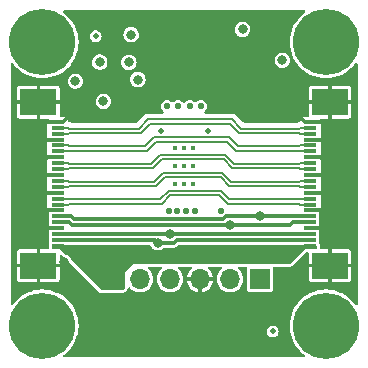
<source format=gbr>
%TF.GenerationSoftware,KiCad,Pcbnew,7.0.10*%
%TF.CreationDate,2024-02-18T19:35:46+01:00*%
%TF.ProjectId,CSI2SPY22,43534932-5350-4593-9232-2e6b69636164,rev?*%
%TF.SameCoordinates,Original*%
%TF.FileFunction,Copper,L1,Top*%
%TF.FilePolarity,Positive*%
%FSLAX46Y46*%
G04 Gerber Fmt 4.6, Leading zero omitted, Abs format (unit mm)*
G04 Created by KiCad (PCBNEW 7.0.10) date 2024-02-18 19:35:46*
%MOMM*%
%LPD*%
G01*
G04 APERTURE LIST*
%TA.AperFunction,SMDPad,CuDef*%
%ADD10R,1.100000X0.300000*%
%TD*%
%TA.AperFunction,SMDPad,CuDef*%
%ADD11R,3.100000X2.300000*%
%TD*%
%TA.AperFunction,SMDPad,CuDef*%
%ADD12C,0.500000*%
%TD*%
%TA.AperFunction,ComponentPad*%
%ADD13R,1.700000X1.700000*%
%TD*%
%TA.AperFunction,ComponentPad*%
%ADD14O,1.700000X1.700000*%
%TD*%
%TA.AperFunction,ComponentPad*%
%ADD15C,5.600000*%
%TD*%
%TA.AperFunction,ViaPad*%
%ADD16C,0.800000*%
%TD*%
%TA.AperFunction,ViaPad*%
%ADD17C,0.450000*%
%TD*%
%TA.AperFunction,ViaPad*%
%ADD18C,0.550000*%
%TD*%
%TA.AperFunction,ViaPad*%
%ADD19C,0.500000*%
%TD*%
%TA.AperFunction,Conductor*%
%ADD20C,0.300000*%
%TD*%
%TA.AperFunction,Conductor*%
%ADD21C,0.190000*%
%TD*%
G04 APERTURE END LIST*
D10*
%TO.P,J2,1,Pin_1*%
%TO.N,GND*%
X25650000Y-9750000D03*
%TO.P,J2,2,Pin_2*%
%TO.N,/C0D0_N*%
X25650000Y-10250000D03*
%TO.P,J2,3,Pin_3*%
%TO.N,/C0D0_P*%
X25650000Y-10750000D03*
%TO.P,J2,4,Pin_4*%
%TO.N,GND*%
X25650000Y-11250000D03*
%TO.P,J2,5,Pin_5*%
%TO.N,/C0D1_N*%
X25650000Y-11750000D03*
%TO.P,J2,6,Pin_6*%
%TO.N,/C0D1_P*%
X25650000Y-12250000D03*
%TO.P,J2,7,Pin_7*%
%TO.N,GND*%
X25650000Y-12750000D03*
%TO.P,J2,8,Pin_8*%
%TO.N,/C0CK_N*%
X25650000Y-13250000D03*
%TO.P,J2,9,Pin_9*%
%TO.N,/C0CK_P*%
X25650000Y-13750000D03*
%TO.P,J2,10,Pin_10*%
%TO.N,GND*%
X25650000Y-14250000D03*
%TO.P,J2,11,Pin_11*%
%TO.N,/C0D2_N*%
X25650000Y-14750000D03*
%TO.P,J2,12,Pin_12*%
%TO.N,/C0D2_P*%
X25650000Y-15250000D03*
%TO.P,J2,13,Pin_13*%
%TO.N,GND*%
X25650000Y-15750000D03*
%TO.P,J2,14,Pin_14*%
%TO.N,/C0D3_N*%
X25650000Y-16250000D03*
%TO.P,J2,15,Pin_15*%
%TO.N,/C0D3_P*%
X25650000Y-16750000D03*
%TO.P,J2,16,Pin_16*%
%TO.N,GND*%
X25650000Y-17250000D03*
%TO.P,J2,17,Pin_17*%
%TO.N,/IO0*%
X25650000Y-17750000D03*
%TO.P,J2,18,Pin_18*%
%TO.N,/IO1*%
X25650000Y-18250000D03*
%TO.P,J2,19,Pin_19*%
%TO.N,GND*%
X25650000Y-18750000D03*
%TO.P,J2,20,Pin_20*%
%TO.N,/SCL*%
X25650000Y-19250000D03*
%TO.P,J2,21,Pin_21*%
%TO.N,/SDA*%
X25650000Y-19750000D03*
%TO.P,J2,22,Pin_22*%
%TO.N,/VDD33*%
X25650000Y-20250000D03*
D11*
%TO.P,J2,MP,MountPin*%
%TO.N,GND*%
X27350000Y-21920000D03*
X27350000Y-8080000D03*
%TD*%
D12*
%TO.P,FID1,*%
%TO.N,*%
X22500000Y-27500000D03*
%TD*%
D13*
%TO.P,J3,1,Pin_1*%
%TO.N,/IO0*%
X21425000Y-23075000D03*
D14*
%TO.P,J3,2,Pin_2*%
%TO.N,/IO1*%
X18885000Y-23075000D03*
%TO.P,J3,3,Pin_3*%
%TO.N,GND*%
X16345000Y-23075000D03*
%TO.P,J3,4,Pin_4*%
%TO.N,/SCL*%
X13805000Y-23075000D03*
%TO.P,J3,5,Pin_5*%
%TO.N,/SDA*%
X11265000Y-23075000D03*
%TO.P,J3,6,Pin_6*%
%TO.N,/VDD33*%
X8725000Y-23075000D03*
%TD*%
D15*
%TO.P,H2,1,1*%
%TO.N,unconnected-(H2-Pad1)*%
X3000000Y-27000000D03*
%TD*%
D12*
%TO.P,FID2,*%
%TO.N,*%
X7500000Y-2500000D03*
%TD*%
D15*
%TO.P,H1,1,1*%
%TO.N,unconnected-(H1-Pad1)*%
X3000000Y-3000000D03*
%TD*%
%TO.P,H3,1,1*%
%TO.N,unconnected-(H3-Pad1)*%
X27000000Y-27000000D03*
%TD*%
D10*
%TO.P,J1,1,Pin_1*%
%TO.N,GND*%
X4350000Y-9750000D03*
%TO.P,J1,2,Pin_2*%
%TO.N,/C0D0_N*%
X4350000Y-10250000D03*
%TO.P,J1,3,Pin_3*%
%TO.N,/C0D0_P*%
X4350000Y-10750000D03*
%TO.P,J1,4,Pin_4*%
%TO.N,GND*%
X4350000Y-11250000D03*
%TO.P,J1,5,Pin_5*%
%TO.N,/C0D1_N*%
X4350000Y-11750000D03*
%TO.P,J1,6,Pin_6*%
%TO.N,/C0D1_P*%
X4350000Y-12250000D03*
%TO.P,J1,7,Pin_7*%
%TO.N,GND*%
X4350000Y-12750000D03*
%TO.P,J1,8,Pin_8*%
%TO.N,/C0CK_N*%
X4350000Y-13250000D03*
%TO.P,J1,9,Pin_9*%
%TO.N,/C0CK_P*%
X4350000Y-13750000D03*
%TO.P,J1,10,Pin_10*%
%TO.N,GND*%
X4350000Y-14250000D03*
%TO.P,J1,11,Pin_11*%
%TO.N,/C0D2_N*%
X4350000Y-14750000D03*
%TO.P,J1,12,Pin_12*%
%TO.N,/C0D2_P*%
X4350000Y-15250000D03*
%TO.P,J1,13,Pin_13*%
%TO.N,GND*%
X4350000Y-15750000D03*
%TO.P,J1,14,Pin_14*%
%TO.N,/C0D3_N*%
X4350000Y-16250000D03*
%TO.P,J1,15,Pin_15*%
%TO.N,/C0D3_P*%
X4350000Y-16750000D03*
%TO.P,J1,16,Pin_16*%
%TO.N,GND*%
X4350000Y-17250000D03*
%TO.P,J1,17,Pin_17*%
%TO.N,/IO0*%
X4350000Y-17750000D03*
%TO.P,J1,18,Pin_18*%
%TO.N,/IO1*%
X4350000Y-18250000D03*
%TO.P,J1,19,Pin_19*%
%TO.N,GND*%
X4350000Y-18750000D03*
%TO.P,J1,20,Pin_20*%
%TO.N,/SCL*%
X4350000Y-19250000D03*
%TO.P,J1,21,Pin_21*%
%TO.N,/SDA*%
X4350000Y-19750000D03*
%TO.P,J1,22,Pin_22*%
%TO.N,/VDD33*%
X4350000Y-20250000D03*
D11*
%TO.P,J1,MP,MountPin*%
%TO.N,GND*%
X2650000Y-8080000D03*
X2650000Y-21920000D03*
%TD*%
D15*
%TO.P,H4,1,1*%
%TO.N,unconnected-(H4-Pad1)*%
X27000000Y-3000000D03*
%TD*%
D16*
%TO.N,GND*%
X16740000Y-950000D03*
X3000000Y-12750000D03*
X16750000Y-4350000D03*
X27000000Y-11250000D03*
D17*
X15000000Y-12000000D03*
D18*
X17400000Y-8600000D03*
D17*
X15750000Y-12000000D03*
D16*
X6930000Y-24170000D03*
D18*
X11850000Y-8775000D03*
D16*
X22125000Y-1075000D03*
X13550000Y-26130000D03*
X27000000Y-17250000D03*
X22500000Y-9250000D03*
D17*
X14250000Y-12000000D03*
D16*
X19970000Y-28810000D03*
X9070000Y-950000D03*
D17*
X15000000Y-15000000D03*
X14250000Y-13500000D03*
D16*
X12130000Y-950000D03*
X29250000Y-6000000D03*
X3000000Y-14250000D03*
X4840000Y-21650000D03*
X27000000Y-10000000D03*
X3000000Y-15750000D03*
X7060000Y-28810000D03*
D18*
X18107727Y-17332727D03*
D16*
X19970000Y-26050000D03*
D19*
X13000000Y-10550000D03*
D16*
X9500000Y-9250000D03*
X11270000Y-28810000D03*
X3000000Y-11250000D03*
D18*
X12625000Y-8650000D03*
D16*
X3000000Y-18750000D03*
X25100000Y-22800000D03*
X23650000Y-28810000D03*
X3000000Y-17250000D03*
X3000000Y-10000000D03*
X15610000Y-28810000D03*
D19*
X17000000Y-10550000D03*
D16*
X27000000Y-15750000D03*
X26950000Y-20060000D03*
X27000000Y-18750000D03*
D18*
X18100000Y-8775000D03*
D16*
X24750000Y-9250000D03*
X29250000Y-23750000D03*
D17*
X15750000Y-13500000D03*
X15000000Y-13500000D03*
D16*
X5830000Y-950000D03*
X27000000Y-14250000D03*
X750000Y-6000000D03*
X27000000Y-12750000D03*
X20500000Y-9250000D03*
D17*
X14250000Y-15000000D03*
D16*
X5250000Y-9250000D03*
D17*
X15750000Y-15000000D03*
D16*
X750000Y-23750000D03*
%TO.N,/IO0*%
X23310000Y-4540000D03*
X21425000Y-17750000D03*
%TO.N,/IO1*%
X18885000Y-18500000D03*
%TO.N,/SCL*%
X13805000Y-19250000D03*
X7850000Y-4700000D03*
%TO.N,/SDA*%
X12750000Y-20000000D03*
X5790000Y-6310000D03*
%TO.N,/VDD33*%
X23350000Y-21340000D03*
X24090000Y-21040000D03*
X19950000Y-1930000D03*
%TO.N,VCC*%
X8170000Y-8010000D03*
D18*
X15925000Y-17300000D03*
D16*
X10500000Y-2370000D03*
D18*
%TO.N,VDD*%
X13550000Y-8425000D03*
X15175000Y-17300000D03*
%TO.N,EQ{slash}SCL*%
X14425000Y-17300000D03*
D16*
X11080000Y-6170000D03*
%TO.N,ERC{slash}SDA*%
X10325000Y-4725000D03*
D18*
X13675000Y-17300000D03*
%TO.N,PRE{slash}CFG1*%
X14475000Y-8425000D03*
%TO.N,Net-(IC1-RSTN)*%
X16425000Y-8425000D03*
%TO.N,VSADJ{slash}CFG0*%
X15475000Y-8425000D03*
%TD*%
D20*
%TO.N,GND*%
X25650000Y-9750000D02*
X25250000Y-9750000D01*
X25650000Y-14250000D02*
X27000000Y-14250000D01*
X4350000Y-11250000D02*
X3000000Y-11250000D01*
X25650000Y-12750000D02*
X27000000Y-12750000D01*
X3250000Y-9750000D02*
X3000000Y-10000000D01*
X4750000Y-9750000D02*
X5250000Y-9250000D01*
X4350000Y-18750000D02*
X3000000Y-18750000D01*
X25650000Y-15750000D02*
X27000000Y-15750000D01*
X4350000Y-9750000D02*
X4750000Y-9750000D01*
X4350000Y-15750000D02*
X3000000Y-15750000D01*
X25650000Y-9750000D02*
X26750000Y-9750000D01*
X25650000Y-17250000D02*
X27000000Y-17250000D01*
X25650000Y-18750000D02*
X27000000Y-18750000D01*
X4350000Y-17250000D02*
X3000000Y-17250000D01*
X26750000Y-9750000D02*
X27000000Y-10000000D01*
X25250000Y-9750000D02*
X24750000Y-9250000D01*
X4350000Y-14250000D02*
X3000000Y-14250000D01*
X4350000Y-12750000D02*
X3000000Y-12750000D01*
X4350000Y-9750000D02*
X3250000Y-9750000D01*
X25650000Y-11250000D02*
X27000000Y-11250000D01*
D21*
%TO.N,/C0D0_N*%
X19073260Y-9550000D02*
X19838260Y-10315000D01*
X11950000Y-9550000D02*
X19073260Y-9550000D01*
X11185000Y-10315000D02*
X11950000Y-9550000D01*
X19838260Y-10315000D02*
X24759999Y-10315000D01*
X4350000Y-10250000D02*
X5175001Y-10250000D01*
X5240001Y-10315000D02*
X11185000Y-10315000D01*
X24759999Y-10315000D02*
X24824999Y-10250000D01*
X5175001Y-10250000D02*
X5240001Y-10315000D01*
X24824999Y-10250000D02*
X25650000Y-10250000D01*
%TO.N,/C0D0_P*%
X5240001Y-10685000D02*
X11338260Y-10685000D01*
X18920000Y-9920000D02*
X19685001Y-10685000D01*
X12103260Y-9920000D02*
X18920000Y-9920000D01*
X24824999Y-10750000D02*
X25650000Y-10750000D01*
X5175001Y-10750000D02*
X5240001Y-10685000D01*
X19685001Y-10685000D02*
X24759999Y-10685000D01*
X24759999Y-10685000D02*
X24824999Y-10750000D01*
X4350000Y-10750000D02*
X5175001Y-10750000D01*
X11338260Y-10685000D02*
X12103260Y-9920000D01*
%TO.N,/C0D1_N*%
X19563260Y-11815000D02*
X18813259Y-11065000D01*
X11685000Y-11815000D02*
X5240001Y-11815000D01*
X12435000Y-11065000D02*
X11685000Y-11815000D01*
X24759999Y-11815000D02*
X19563260Y-11815000D01*
X5175001Y-11750000D02*
X4350000Y-11750000D01*
X24824999Y-11750000D02*
X24759999Y-11815000D01*
X5240001Y-11815000D02*
X5175001Y-11750000D01*
X25650000Y-11750000D02*
X24824999Y-11750000D01*
X18813259Y-11065000D02*
X12435000Y-11065000D01*
%TO.N,/C0D1_P*%
X24759999Y-12185000D02*
X19410000Y-12185000D01*
X11838259Y-12185000D02*
X5240001Y-12185000D01*
X5240001Y-12185000D02*
X5175001Y-12250000D01*
X19410000Y-12185000D02*
X18660000Y-11435000D01*
X25650000Y-12250000D02*
X24824999Y-12250000D01*
X18660000Y-11435000D02*
X12588260Y-11435000D01*
X5175001Y-12250000D02*
X4350000Y-12250000D01*
X24824999Y-12250000D02*
X24759999Y-12185000D01*
X12588260Y-11435000D02*
X11838259Y-12185000D01*
%TO.N,/C0CK_N*%
X25650000Y-13250000D02*
X24824999Y-13250000D01*
X24759999Y-13315000D02*
X19238260Y-13315000D01*
X5240001Y-13315000D02*
X5175001Y-13250000D01*
X12935000Y-12565000D02*
X12185000Y-13315000D01*
X18488260Y-12565000D02*
X12935000Y-12565000D01*
X5175001Y-13250000D02*
X4350000Y-13250000D01*
X12185000Y-13315000D02*
X5240001Y-13315000D01*
X19238260Y-13315000D02*
X18488260Y-12565000D01*
X24824999Y-13250000D02*
X24759999Y-13315000D01*
%TO.N,/C0CK_P*%
X12338259Y-13685000D02*
X5240001Y-13685000D01*
X25650000Y-13750000D02*
X24824999Y-13750000D01*
X5240001Y-13685000D02*
X5175001Y-13750000D01*
X5175001Y-13750000D02*
X4350000Y-13750000D01*
X24759999Y-13685000D02*
X19085000Y-13685000D01*
X18335000Y-12935000D02*
X13088260Y-12935000D01*
X19085000Y-13685000D02*
X18335000Y-12935000D01*
X13088260Y-12935000D02*
X12338259Y-13685000D01*
X24824999Y-13750000D02*
X24759999Y-13685000D01*
%TO.N,/C0D2_N*%
X13185000Y-14065000D02*
X12435000Y-14815000D01*
X5240001Y-14815000D02*
X5175001Y-14750000D01*
X18236222Y-14065000D02*
X13185000Y-14065000D01*
X12435000Y-14815000D02*
X5240001Y-14815000D01*
X5175001Y-14750000D02*
X4350000Y-14750000D01*
X24759999Y-14815000D02*
X18986222Y-14815000D01*
X25650000Y-14750000D02*
X24824999Y-14750000D01*
X18986222Y-14815000D02*
X18236222Y-14065000D01*
X24824999Y-14750000D02*
X24759999Y-14815000D01*
%TO.N,/C0D2_P*%
X24759999Y-15185000D02*
X18832962Y-15185000D01*
X12588259Y-15185000D02*
X5240001Y-15185000D01*
X5175001Y-15250000D02*
X4350000Y-15250000D01*
X25650000Y-15250000D02*
X24824999Y-15250000D01*
X13338260Y-14435000D02*
X12588259Y-15185000D01*
X5240001Y-15185000D02*
X5175001Y-15250000D01*
X18082962Y-14435000D02*
X13338260Y-14435000D01*
X18832962Y-15185000D02*
X18082962Y-14435000D01*
X24824999Y-15250000D02*
X24759999Y-15185000D01*
%TO.N,/C0D3_N*%
X24824999Y-16250000D02*
X24759999Y-16315000D01*
X13685000Y-15565000D02*
X12935000Y-16315000D01*
X5240001Y-16315000D02*
X5175001Y-16250000D01*
X18826630Y-16315000D02*
X18076630Y-15565000D01*
X5175001Y-16250000D02*
X4350000Y-16250000D01*
X25650000Y-16250000D02*
X24824999Y-16250000D01*
X18076630Y-15565000D02*
X13685000Y-15565000D01*
X12935000Y-16315000D02*
X5240001Y-16315000D01*
X24759999Y-16315000D02*
X18826630Y-16315000D01*
%TO.N,/C0D3_P*%
X17923370Y-15935000D02*
X13838260Y-15935000D01*
X5240001Y-16685000D02*
X5175001Y-16750000D01*
X24824999Y-16750000D02*
X24759999Y-16685000D01*
X13088259Y-16685000D02*
X5240001Y-16685000D01*
X18673370Y-16685000D02*
X17923370Y-15935000D01*
X13838260Y-15935000D02*
X13088259Y-16685000D01*
X25650000Y-16750000D02*
X24824999Y-16750000D01*
X5175001Y-16750000D02*
X4350000Y-16750000D01*
X24759999Y-16685000D02*
X18673370Y-16685000D01*
D20*
%TO.N,/IO0*%
X5457106Y-17750000D02*
X5707106Y-18000000D01*
X4350000Y-17750000D02*
X5457106Y-17750000D01*
X5707106Y-18000000D02*
X18324339Y-18000000D01*
X18574339Y-17750000D02*
X25650000Y-17750000D01*
X18324339Y-18000000D02*
X18574339Y-17750000D01*
%TO.N,/IO1*%
X18885000Y-18500000D02*
X24000000Y-18500000D01*
X24250000Y-18250000D02*
X25650000Y-18250000D01*
X5500000Y-18500000D02*
X18885000Y-18500000D01*
X24000000Y-18500000D02*
X24250000Y-18250000D01*
X4350000Y-18250000D02*
X5250000Y-18250000D01*
X5250000Y-18250000D02*
X5500000Y-18500000D01*
%TO.N,/SCL*%
X4350000Y-19250000D02*
X13750000Y-19250000D01*
X13750000Y-19250000D02*
X25650000Y-19250000D01*
%TO.N,/SDA*%
X12750000Y-20000000D02*
X14115661Y-20000000D01*
X14115661Y-20000000D02*
X14365661Y-19750000D01*
X14365661Y-19750000D02*
X25650000Y-19750000D01*
X12500000Y-19750000D02*
X12750000Y-20000000D01*
X4350000Y-19750000D02*
X12500000Y-19750000D01*
%TO.N,/VDD33*%
X24700000Y-20750000D02*
X25200000Y-20250000D01*
X24170000Y-20860000D02*
X24280000Y-20750000D01*
X5250000Y-20750000D02*
X24060000Y-20750000D01*
X25200000Y-20250000D02*
X25650000Y-20250000D01*
X24060000Y-20750000D02*
X24170000Y-20860000D01*
X4750000Y-20250000D02*
X5250000Y-20750000D01*
X4350000Y-20250000D02*
X4750000Y-20250000D01*
X24280000Y-20750000D02*
X24700000Y-20750000D01*
%TD*%
%TA.AperFunction,Conductor*%
%TO.N,GND*%
G36*
X25211023Y-320185D02*
G01*
X25256778Y-372989D01*
X25266722Y-442147D01*
X25237697Y-505703D01*
X25215739Y-525630D01*
X25095040Y-611269D01*
X24839573Y-839570D01*
X24839570Y-839573D01*
X24611269Y-1095040D01*
X24412998Y-1374478D01*
X24247263Y-1674353D01*
X24116146Y-1990899D01*
X24021297Y-2320124D01*
X24021295Y-2320133D01*
X23963905Y-2657906D01*
X23963903Y-2657918D01*
X23944693Y-3000000D01*
X23963903Y-3342081D01*
X23963904Y-3342086D01*
X24021296Y-3679870D01*
X24116147Y-4009104D01*
X24209914Y-4235477D01*
X24247263Y-4325646D01*
X24412998Y-4625521D01*
X24611269Y-4904959D01*
X24839570Y-5160426D01*
X24839573Y-5160429D01*
X25095040Y-5388730D01*
X25095046Y-5388734D01*
X25095047Y-5388735D01*
X25374479Y-5587002D01*
X25674352Y-5752736D01*
X25990896Y-5883853D01*
X26320130Y-5978704D01*
X26657914Y-6036096D01*
X27000000Y-6055307D01*
X27342086Y-6036096D01*
X27679870Y-5978704D01*
X28009104Y-5883853D01*
X28325648Y-5752736D01*
X28625521Y-5587002D01*
X28904953Y-5388735D01*
X29160428Y-5160428D01*
X29388735Y-4904953D01*
X29474370Y-4784260D01*
X29529218Y-4740977D01*
X29598760Y-4734217D01*
X29660917Y-4766128D01*
X29695955Y-4826577D01*
X29699500Y-4856016D01*
X29699500Y-25143983D01*
X29679815Y-25211022D01*
X29627011Y-25256777D01*
X29557853Y-25266721D01*
X29494297Y-25237696D01*
X29474371Y-25215739D01*
X29388731Y-25095042D01*
X29160429Y-24839573D01*
X29160426Y-24839570D01*
X28904959Y-24611269D01*
X28625521Y-24412998D01*
X28325646Y-24247263D01*
X28260087Y-24220108D01*
X28009104Y-24116147D01*
X27924479Y-24091766D01*
X27679875Y-24021297D01*
X27679866Y-24021295D01*
X27342093Y-23963905D01*
X27342081Y-23963903D01*
X27000000Y-23944693D01*
X26657918Y-23963903D01*
X26657906Y-23963905D01*
X26320133Y-24021295D01*
X26320124Y-24021297D01*
X25990899Y-24116146D01*
X25990896Y-24116147D01*
X25898184Y-24154549D01*
X25674353Y-24247263D01*
X25374478Y-24412998D01*
X25095040Y-24611269D01*
X24839573Y-24839570D01*
X24839570Y-24839573D01*
X24611269Y-25095040D01*
X24412998Y-25374478D01*
X24247263Y-25674353D01*
X24116146Y-25990899D01*
X24021297Y-26320124D01*
X24021295Y-26320133D01*
X23963905Y-26657906D01*
X23963903Y-26657918D01*
X23944693Y-27000000D01*
X23963903Y-27342081D01*
X23963905Y-27342093D01*
X23993626Y-27517020D01*
X24021296Y-27679870D01*
X24116147Y-28009104D01*
X24188764Y-28184416D01*
X24247263Y-28325646D01*
X24412998Y-28625521D01*
X24611269Y-28904959D01*
X24839570Y-29160426D01*
X24839573Y-29160429D01*
X25095040Y-29388730D01*
X25215739Y-29474370D01*
X25259023Y-29529218D01*
X25265783Y-29598760D01*
X25233872Y-29660917D01*
X25173423Y-29695955D01*
X25143984Y-29699500D01*
X4856016Y-29699500D01*
X4788977Y-29679815D01*
X4743222Y-29627011D01*
X4733278Y-29557853D01*
X4762303Y-29494297D01*
X4784261Y-29474370D01*
X4904953Y-29388735D01*
X4962836Y-29337008D01*
X4985414Y-29316829D01*
X5160428Y-29160428D01*
X5388735Y-28904953D01*
X5587002Y-28625521D01*
X5752736Y-28325648D01*
X5883853Y-28009104D01*
X5978704Y-27679870D01*
X6009265Y-27500000D01*
X21994353Y-27500000D01*
X22014834Y-27642456D01*
X22031919Y-27679866D01*
X22074623Y-27773373D01*
X22168872Y-27882143D01*
X22289947Y-27959953D01*
X22289950Y-27959954D01*
X22289949Y-27959954D01*
X22428036Y-28000499D01*
X22428038Y-28000500D01*
X22428039Y-28000500D01*
X22571962Y-28000500D01*
X22571962Y-28000499D01*
X22710053Y-27959953D01*
X22831128Y-27882143D01*
X22925377Y-27773373D01*
X22985165Y-27642457D01*
X23005647Y-27500000D01*
X22985165Y-27357543D01*
X22925377Y-27226627D01*
X22831128Y-27117857D01*
X22710053Y-27040047D01*
X22710051Y-27040046D01*
X22710049Y-27040045D01*
X22710050Y-27040045D01*
X22571963Y-26999500D01*
X22571961Y-26999500D01*
X22428039Y-26999500D01*
X22428036Y-26999500D01*
X22289949Y-27040045D01*
X22168873Y-27117856D01*
X22074623Y-27226626D01*
X22074622Y-27226628D01*
X22014834Y-27357543D01*
X21994353Y-27500000D01*
X6009265Y-27500000D01*
X6036096Y-27342086D01*
X6055307Y-27000000D01*
X6036096Y-26657914D01*
X5978704Y-26320130D01*
X5883853Y-25990896D01*
X5752736Y-25674352D01*
X5587002Y-25374479D01*
X5388735Y-25095047D01*
X5388731Y-25095042D01*
X5388730Y-25095040D01*
X5160429Y-24839573D01*
X5160426Y-24839570D01*
X4904959Y-24611269D01*
X4625521Y-24412998D01*
X4325646Y-24247263D01*
X4260087Y-24220108D01*
X4009104Y-24116147D01*
X3924479Y-24091766D01*
X3679875Y-24021297D01*
X3679866Y-24021295D01*
X3342093Y-23963905D01*
X3342081Y-23963903D01*
X3000000Y-23944693D01*
X2657918Y-23963903D01*
X2657906Y-23963905D01*
X2320133Y-24021295D01*
X2320124Y-24021297D01*
X1990899Y-24116146D01*
X1990896Y-24116147D01*
X1898184Y-24154549D01*
X1674353Y-24247263D01*
X1374478Y-24412998D01*
X1095040Y-24611269D01*
X839573Y-24839570D01*
X839570Y-24839573D01*
X611268Y-25095042D01*
X525629Y-25215739D01*
X470781Y-25259022D01*
X401240Y-25265782D01*
X339083Y-25233871D01*
X304045Y-25173422D01*
X300500Y-25143983D01*
X300500Y-22070000D01*
X850000Y-22070000D01*
X850000Y-23094628D01*
X864503Y-23167540D01*
X864505Y-23167544D01*
X919760Y-23250239D01*
X1002455Y-23305494D01*
X1002459Y-23305496D01*
X1075371Y-23319999D01*
X1075374Y-23320000D01*
X2500000Y-23320000D01*
X2500000Y-22070000D01*
X2800000Y-22070000D01*
X2800000Y-23320000D01*
X4224626Y-23320000D01*
X4224628Y-23319999D01*
X4297540Y-23305496D01*
X4297544Y-23305494D01*
X4380239Y-23250239D01*
X4435494Y-23167544D01*
X4435496Y-23167540D01*
X4449999Y-23094628D01*
X4450000Y-23094626D01*
X4450000Y-22070000D01*
X2800000Y-22070000D01*
X2500000Y-22070000D01*
X850000Y-22070000D01*
X300500Y-22070000D01*
X300500Y-21770000D01*
X850000Y-21770000D01*
X2500000Y-21770000D01*
X2800000Y-21770000D01*
X4450000Y-21770000D01*
X4450000Y-21110694D01*
X4469685Y-21043655D01*
X4522489Y-20997900D01*
X4591647Y-20987956D01*
X4655203Y-21016981D01*
X4661681Y-21023013D01*
X4820725Y-21182057D01*
X4875874Y-21223935D01*
X4933878Y-21256650D01*
X4954916Y-21264994D01*
X4966802Y-21270452D01*
X5052701Y-21315536D01*
X5077296Y-21332512D01*
X5126565Y-21376159D01*
X5146385Y-21398532D01*
X5183770Y-21452693D01*
X5197662Y-21479161D01*
X5217551Y-21531605D01*
X5241884Y-21579719D01*
X5270147Y-21623432D01*
X5300088Y-21660482D01*
X5304040Y-21665372D01*
X7783015Y-24144347D01*
X7803365Y-24162626D01*
X7803371Y-24162631D01*
X7803379Y-24162638D01*
X7824000Y-24179255D01*
X7824002Y-24179256D01*
X7824007Y-24179260D01*
X7912338Y-24225465D01*
X7979377Y-24245150D01*
X7979381Y-24245150D01*
X7979383Y-24245151D01*
X7991014Y-24246823D01*
X8051362Y-24255500D01*
X8051363Y-24255500D01*
X9698639Y-24255500D01*
X9700075Y-24255422D01*
X9725952Y-24254036D01*
X9752310Y-24251202D01*
X9847444Y-24221413D01*
X9908767Y-24187928D01*
X9966985Y-24144347D01*
X10144347Y-23966985D01*
X10162626Y-23946635D01*
X10179260Y-23925993D01*
X10225465Y-23837662D01*
X10225468Y-23837649D01*
X10225854Y-23836697D01*
X10226193Y-23836267D01*
X10228288Y-23832264D01*
X10229047Y-23832661D01*
X10269206Y-23781903D01*
X10335299Y-23759245D01*
X10403151Y-23775916D01*
X10439791Y-23808396D01*
X10448236Y-23819579D01*
X10448236Y-23819580D01*
X10598958Y-23956980D01*
X10598960Y-23956982D01*
X10698141Y-24018392D01*
X10772363Y-24064348D01*
X10962544Y-24138024D01*
X11163024Y-24175500D01*
X11163026Y-24175500D01*
X11366974Y-24175500D01*
X11366976Y-24175500D01*
X11567456Y-24138024D01*
X11757637Y-24064348D01*
X11931041Y-23956981D01*
X12081764Y-23819579D01*
X12204673Y-23656821D01*
X12295582Y-23474250D01*
X12351397Y-23278083D01*
X12370215Y-23075000D01*
X12351397Y-22871917D01*
X12295582Y-22675750D01*
X12204673Y-22493179D01*
X12081764Y-22330421D01*
X11961884Y-22221136D01*
X11925603Y-22161426D01*
X11927364Y-22091579D01*
X11966607Y-22033771D01*
X12030874Y-22006356D01*
X12045423Y-22005500D01*
X13024577Y-22005500D01*
X13091616Y-22025185D01*
X13137371Y-22077989D01*
X13147315Y-22147147D01*
X13118290Y-22210703D01*
X13108115Y-22221137D01*
X12988237Y-22330419D01*
X12865327Y-22493178D01*
X12774422Y-22675739D01*
X12774417Y-22675752D01*
X12718602Y-22871917D01*
X12699785Y-23074999D01*
X12699785Y-23075000D01*
X12718602Y-23278082D01*
X12774417Y-23474247D01*
X12774422Y-23474260D01*
X12865327Y-23656821D01*
X12988237Y-23819581D01*
X13138958Y-23956980D01*
X13138960Y-23956982D01*
X13238141Y-24018392D01*
X13312363Y-24064348D01*
X13502544Y-24138024D01*
X13703024Y-24175500D01*
X13703026Y-24175500D01*
X13906974Y-24175500D01*
X13906976Y-24175500D01*
X14107456Y-24138024D01*
X14297637Y-24064348D01*
X14471041Y-23956981D01*
X14621764Y-23819579D01*
X14744673Y-23656821D01*
X14835582Y-23474250D01*
X14891397Y-23278083D01*
X14910215Y-23075000D01*
X14891397Y-22871917D01*
X14835582Y-22675750D01*
X14744673Y-22493179D01*
X14621764Y-22330421D01*
X14501884Y-22221136D01*
X14465603Y-22161426D01*
X14467364Y-22091579D01*
X14506607Y-22033771D01*
X14570874Y-22006356D01*
X14585423Y-22005500D01*
X15565319Y-22005500D01*
X15632358Y-22025185D01*
X15678113Y-22077989D01*
X15688057Y-22147147D01*
X15659032Y-22210703D01*
X15648857Y-22221137D01*
X15528608Y-22330757D01*
X15405754Y-22493443D01*
X15314886Y-22675930D01*
X15314883Y-22675936D01*
X15259097Y-22872008D01*
X15254186Y-22924999D01*
X15254187Y-22925000D01*
X15867935Y-22925000D01*
X15845000Y-23003111D01*
X15845000Y-23146889D01*
X15867935Y-23225000D01*
X15254187Y-23225000D01*
X15259097Y-23277991D01*
X15314883Y-23474063D01*
X15314886Y-23474069D01*
X15405754Y-23656556D01*
X15528608Y-23819242D01*
X15679260Y-23956578D01*
X15852584Y-24063897D01*
X16042678Y-24137539D01*
X16195000Y-24166013D01*
X16195000Y-23556170D01*
X16202685Y-23559680D01*
X16309237Y-23575000D01*
X16380763Y-23575000D01*
X16487315Y-23559680D01*
X16495000Y-23556170D01*
X16495000Y-24166013D01*
X16647321Y-24137539D01*
X16837415Y-24063897D01*
X17010739Y-23956578D01*
X17161391Y-23819242D01*
X17284245Y-23656556D01*
X17375113Y-23474069D01*
X17375116Y-23474063D01*
X17430902Y-23277991D01*
X17435813Y-23225000D01*
X16822065Y-23225000D01*
X16845000Y-23146889D01*
X16845000Y-23003111D01*
X16822065Y-22925000D01*
X17435813Y-22925000D01*
X17435813Y-22924999D01*
X17430902Y-22872008D01*
X17375116Y-22675936D01*
X17375113Y-22675930D01*
X17284245Y-22493443D01*
X17161391Y-22330757D01*
X17041143Y-22221137D01*
X17004861Y-22161426D01*
X17006622Y-22091578D01*
X17045865Y-22033771D01*
X17110132Y-22006356D01*
X17124681Y-22005500D01*
X18104577Y-22005500D01*
X18171616Y-22025185D01*
X18217371Y-22077989D01*
X18227315Y-22147147D01*
X18198290Y-22210703D01*
X18188115Y-22221137D01*
X18068237Y-22330419D01*
X17945327Y-22493178D01*
X17854422Y-22675739D01*
X17854417Y-22675752D01*
X17798602Y-22871917D01*
X17779785Y-23074999D01*
X17779785Y-23075000D01*
X17798602Y-23278082D01*
X17854417Y-23474247D01*
X17854422Y-23474260D01*
X17945327Y-23656821D01*
X18068237Y-23819581D01*
X18218958Y-23956980D01*
X18218960Y-23956982D01*
X18318141Y-24018392D01*
X18392363Y-24064348D01*
X18582544Y-24138024D01*
X18783024Y-24175500D01*
X18783026Y-24175500D01*
X18986974Y-24175500D01*
X18986976Y-24175500D01*
X19187456Y-24138024D01*
X19377637Y-24064348D01*
X19551041Y-23956981D01*
X19701764Y-23819579D01*
X19824673Y-23656821D01*
X19915582Y-23474250D01*
X19971397Y-23278083D01*
X19990215Y-23075000D01*
X19971397Y-22871917D01*
X19915582Y-22675750D01*
X19824673Y-22493179D01*
X19701764Y-22330421D01*
X19581884Y-22221136D01*
X19545603Y-22161426D01*
X19547364Y-22091579D01*
X19586607Y-22033771D01*
X19650874Y-22006356D01*
X19665423Y-22005500D01*
X20212159Y-22005500D01*
X20279198Y-22025185D01*
X20324953Y-22077989D01*
X20334897Y-22147147D01*
X20333776Y-22153692D01*
X20324500Y-22200323D01*
X20324500Y-23949678D01*
X20339032Y-24022735D01*
X20339033Y-24022739D01*
X20339034Y-24022740D01*
X20394399Y-24105601D01*
X20477260Y-24160966D01*
X20477264Y-24160967D01*
X20550321Y-24175499D01*
X20550324Y-24175500D01*
X20550326Y-24175500D01*
X22299676Y-24175500D01*
X22299677Y-24175499D01*
X22372740Y-24160966D01*
X22455601Y-24105601D01*
X22510966Y-24022740D01*
X22525500Y-23949674D01*
X22525500Y-22200326D01*
X22525500Y-22200323D01*
X22516224Y-22153692D01*
X22522451Y-22084101D01*
X22533405Y-22070000D01*
X25550000Y-22070000D01*
X25550000Y-23094628D01*
X25564503Y-23167540D01*
X25564505Y-23167544D01*
X25619760Y-23250239D01*
X25702455Y-23305494D01*
X25702459Y-23305496D01*
X25775371Y-23319999D01*
X25775374Y-23320000D01*
X27200000Y-23320000D01*
X27200000Y-22070000D01*
X27500000Y-22070000D01*
X27500000Y-23320000D01*
X28924626Y-23320000D01*
X28924628Y-23319999D01*
X28997540Y-23305496D01*
X28997544Y-23305494D01*
X29080239Y-23250239D01*
X29135494Y-23167544D01*
X29135496Y-23167540D01*
X29149999Y-23094628D01*
X29150000Y-23094626D01*
X29150000Y-22070000D01*
X27500000Y-22070000D01*
X27200000Y-22070000D01*
X25550000Y-22070000D01*
X22533405Y-22070000D01*
X22565313Y-22028923D01*
X22631203Y-22005678D01*
X22637841Y-22005500D01*
X23948639Y-22005500D01*
X23950075Y-22005422D01*
X23975952Y-22004036D01*
X24002310Y-22001202D01*
X24097444Y-21971413D01*
X24158767Y-21937928D01*
X24216985Y-21894347D01*
X25319512Y-20791818D01*
X25380835Y-20758334D01*
X25407193Y-20755500D01*
X25426000Y-20755500D01*
X25493039Y-20775185D01*
X25538794Y-20827989D01*
X25550000Y-20879500D01*
X25550000Y-21770000D01*
X27200000Y-21770000D01*
X27200000Y-20520000D01*
X27500000Y-20520000D01*
X27500000Y-21770000D01*
X29150000Y-21770000D01*
X29150000Y-20745373D01*
X29149999Y-20745371D01*
X29135496Y-20672459D01*
X29135494Y-20672455D01*
X29080239Y-20589760D01*
X28997544Y-20534505D01*
X28997540Y-20534503D01*
X28924627Y-20520000D01*
X27500000Y-20520000D01*
X27200000Y-20520000D01*
X26627900Y-20520000D01*
X26560861Y-20500315D01*
X26515106Y-20447511D01*
X26505459Y-20380435D01*
X26505184Y-20380416D01*
X26505274Y-20379151D01*
X26505161Y-20378362D01*
X26505499Y-20376007D01*
X26505500Y-20375998D01*
X26505500Y-20274500D01*
X26499661Y-20220187D01*
X26488455Y-20168676D01*
X26481219Y-20142302D01*
X26464426Y-20112812D01*
X26450563Y-20075645D01*
X26450500Y-20075326D01*
X26440328Y-20024188D01*
X26440328Y-19975810D01*
X26450500Y-19924674D01*
X26450500Y-19575326D01*
X26440328Y-19524188D01*
X26440328Y-19475810D01*
X26450500Y-19424674D01*
X26450500Y-19075326D01*
X26440073Y-19022906D01*
X26440073Y-18974524D01*
X26450000Y-18924623D01*
X26450000Y-18900000D01*
X26389183Y-18900000D01*
X26322144Y-18880315D01*
X26320294Y-18879103D01*
X26287586Y-18857249D01*
X26288409Y-18856016D01*
X26244610Y-18820722D01*
X26222544Y-18754429D01*
X26239822Y-18686729D01*
X26290958Y-18639117D01*
X26297486Y-18636135D01*
X26297738Y-18635966D01*
X26297740Y-18635966D01*
X26307952Y-18629142D01*
X26320294Y-18620897D01*
X26386972Y-18600020D01*
X26389183Y-18600000D01*
X26450000Y-18600000D01*
X26450000Y-18575376D01*
X26440073Y-18525475D01*
X26440073Y-18477091D01*
X26450500Y-18424674D01*
X26450500Y-18075326D01*
X26440328Y-18024188D01*
X26440328Y-17975810D01*
X26450500Y-17924674D01*
X26450500Y-17575326D01*
X26440073Y-17522906D01*
X26440073Y-17474524D01*
X26450000Y-17424623D01*
X26450000Y-17400000D01*
X26445877Y-17395877D01*
X26412392Y-17334554D01*
X26417376Y-17264862D01*
X26445875Y-17220516D01*
X26528050Y-17138342D01*
X26585646Y-17025304D01*
X26585646Y-17025302D01*
X26585647Y-17025301D01*
X26600499Y-16931524D01*
X26600500Y-16931519D01*
X26600499Y-16568482D01*
X26592725Y-16519396D01*
X26592725Y-16480605D01*
X26600500Y-16431519D01*
X26600499Y-16068482D01*
X26585646Y-15974696D01*
X26528050Y-15861658D01*
X26504072Y-15837680D01*
X26470588Y-15776360D01*
X26475572Y-15706668D01*
X26504072Y-15662319D01*
X26528050Y-15638342D01*
X26585646Y-15525304D01*
X26585646Y-15525302D01*
X26585647Y-15525301D01*
X26600499Y-15431524D01*
X26600500Y-15431519D01*
X26600499Y-15068482D01*
X26592725Y-15019396D01*
X26592725Y-14980605D01*
X26600500Y-14931519D01*
X26600499Y-14568482D01*
X26585646Y-14474696D01*
X26528050Y-14361658D01*
X26504072Y-14337680D01*
X26470588Y-14276360D01*
X26475572Y-14206668D01*
X26504072Y-14162319D01*
X26528050Y-14138342D01*
X26585646Y-14025304D01*
X26585646Y-14025302D01*
X26585647Y-14025301D01*
X26600499Y-13931524D01*
X26600500Y-13931519D01*
X26600499Y-13568482D01*
X26592725Y-13519396D01*
X26592725Y-13480605D01*
X26600500Y-13431519D01*
X26600499Y-13068482D01*
X26585646Y-12974696D01*
X26528050Y-12861658D01*
X26504072Y-12837680D01*
X26470588Y-12776360D01*
X26475572Y-12706668D01*
X26504072Y-12662319D01*
X26528050Y-12638342D01*
X26585646Y-12525304D01*
X26585646Y-12525302D01*
X26585647Y-12525301D01*
X26600499Y-12431524D01*
X26600500Y-12431519D01*
X26600499Y-12068482D01*
X26592725Y-12019396D01*
X26592725Y-11980605D01*
X26600500Y-11931519D01*
X26600499Y-11568482D01*
X26585646Y-11474696D01*
X26528050Y-11361658D01*
X26504072Y-11337680D01*
X26470588Y-11276360D01*
X26475572Y-11206668D01*
X26504072Y-11162319D01*
X26528050Y-11138342D01*
X26585646Y-11025304D01*
X26585646Y-11025302D01*
X26585647Y-11025301D01*
X26600499Y-10931524D01*
X26600500Y-10931519D01*
X26600499Y-10568482D01*
X26592725Y-10519396D01*
X26592725Y-10480605D01*
X26600500Y-10431519D01*
X26600499Y-10068482D01*
X26585646Y-9974696D01*
X26528050Y-9861658D01*
X26528046Y-9861654D01*
X26528045Y-9861652D01*
X26445877Y-9779484D01*
X26412392Y-9718161D01*
X26417376Y-9648469D01*
X26445878Y-9604121D01*
X26451663Y-9598335D01*
X26469685Y-9536961D01*
X26522489Y-9491206D01*
X26574000Y-9480000D01*
X27200000Y-9480000D01*
X27200000Y-8230000D01*
X27500000Y-8230000D01*
X27500000Y-9480000D01*
X28924626Y-9480000D01*
X28924628Y-9479999D01*
X28997540Y-9465496D01*
X28997544Y-9465494D01*
X29080239Y-9410239D01*
X29135494Y-9327544D01*
X29135496Y-9327540D01*
X29149999Y-9254628D01*
X29150000Y-9254626D01*
X29150000Y-8230000D01*
X27500000Y-8230000D01*
X27200000Y-8230000D01*
X25550000Y-8230000D01*
X25550000Y-9226000D01*
X25530315Y-9293039D01*
X25477511Y-9338794D01*
X25426000Y-9350000D01*
X25075373Y-9350000D01*
X25002459Y-9364503D01*
X25002455Y-9364505D01*
X24919760Y-9419760D01*
X24864505Y-9502455D01*
X24864503Y-9502459D01*
X24850000Y-9575371D01*
X24850000Y-9635998D01*
X24830315Y-9703037D01*
X24777511Y-9748792D01*
X24734850Y-9759682D01*
X24718587Y-9760845D01*
X24714228Y-9762471D01*
X24688566Y-9769020D01*
X24683968Y-9769681D01*
X24683967Y-9769681D01*
X24639276Y-9790090D01*
X24631103Y-9793475D01*
X24582293Y-9811681D01*
X24538958Y-9819500D01*
X20094865Y-9819500D01*
X20027826Y-9799815D01*
X20007184Y-9783181D01*
X19470727Y-9246725D01*
X19454092Y-9226082D01*
X19451586Y-9222182D01*
X19451584Y-9222181D01*
X19451584Y-9222180D01*
X19414458Y-9190010D01*
X19407981Y-9183979D01*
X19398579Y-9174577D01*
X19398574Y-9174572D01*
X19398569Y-9174568D01*
X19398563Y-9174563D01*
X19387915Y-9166593D01*
X19381035Y-9161049D01*
X19343902Y-9128873D01*
X19343901Y-9128872D01*
X19343896Y-9128869D01*
X19339674Y-9126941D01*
X19316885Y-9113419D01*
X19313171Y-9110639D01*
X19313168Y-9110637D01*
X19267132Y-9093467D01*
X19258964Y-9090083D01*
X19214294Y-9069683D01*
X19214292Y-9069682D01*
X19214291Y-9069682D01*
X19209700Y-9069022D01*
X19184022Y-9062468D01*
X19179669Y-9060845D01*
X19169723Y-9060133D01*
X19130672Y-9057340D01*
X19121882Y-9056395D01*
X19108699Y-9054500D01*
X19108696Y-9054500D01*
X19095375Y-9054500D01*
X19086529Y-9054184D01*
X19037552Y-9050681D01*
X19037551Y-9050681D01*
X19037550Y-9050681D01*
X19037548Y-9050681D01*
X19033011Y-9051667D01*
X19006662Y-9054500D01*
X16833141Y-9054500D01*
X16766102Y-9034815D01*
X16720347Y-8982011D01*
X16710403Y-8912853D01*
X16739428Y-8849297D01*
X16757654Y-8832125D01*
X16799788Y-8799793D01*
X16799787Y-8799793D01*
X16799791Y-8799791D01*
X16884024Y-8690018D01*
X16936974Y-8562183D01*
X16955035Y-8425000D01*
X16936974Y-8287817D01*
X16884024Y-8159983D01*
X16799791Y-8050209D01*
X16799789Y-8050208D01*
X16799789Y-8050207D01*
X16690015Y-7965974D01*
X16603164Y-7930000D01*
X25550000Y-7930000D01*
X27200000Y-7930000D01*
X27200000Y-6680000D01*
X27500000Y-6680000D01*
X27500000Y-7930000D01*
X29150000Y-7930000D01*
X29150000Y-6905373D01*
X29149999Y-6905371D01*
X29135496Y-6832459D01*
X29135494Y-6832455D01*
X29080239Y-6749760D01*
X28997544Y-6694505D01*
X28997540Y-6694503D01*
X28924627Y-6680000D01*
X27500000Y-6680000D01*
X27200000Y-6680000D01*
X25775373Y-6680000D01*
X25702459Y-6694503D01*
X25702455Y-6694505D01*
X25619760Y-6749760D01*
X25564505Y-6832455D01*
X25564503Y-6832459D01*
X25550000Y-6905371D01*
X25550000Y-7930000D01*
X16603164Y-7930000D01*
X16562186Y-7913027D01*
X16562184Y-7913026D01*
X16562183Y-7913026D01*
X16470727Y-7900985D01*
X16425001Y-7894965D01*
X16424999Y-7894965D01*
X16356408Y-7903995D01*
X16287817Y-7913026D01*
X16287816Y-7913026D01*
X16287813Y-7913027D01*
X16159985Y-7965974D01*
X16105096Y-8008092D01*
X16050209Y-8050209D01*
X16050208Y-8050210D01*
X16050207Y-8050211D01*
X16048375Y-8052599D01*
X16046314Y-8054103D01*
X16044462Y-8055956D01*
X16044173Y-8055667D01*
X15991947Y-8093802D01*
X15922201Y-8097956D01*
X15861281Y-8063743D01*
X15851625Y-8052599D01*
X15849791Y-8050209D01*
X15740015Y-7965974D01*
X15612186Y-7913027D01*
X15612184Y-7913026D01*
X15612183Y-7913026D01*
X15520727Y-7900985D01*
X15475001Y-7894965D01*
X15474999Y-7894965D01*
X15406408Y-7903995D01*
X15337817Y-7913026D01*
X15337816Y-7913026D01*
X15337813Y-7913027D01*
X15209985Y-7965974D01*
X15100206Y-8050211D01*
X15073375Y-8085179D01*
X15016947Y-8126382D01*
X14947201Y-8130536D01*
X14886281Y-8096323D01*
X14876625Y-8085179D01*
X14849791Y-8050209D01*
X14740015Y-7965974D01*
X14612186Y-7913027D01*
X14612184Y-7913026D01*
X14612183Y-7913026D01*
X14520727Y-7900985D01*
X14475001Y-7894965D01*
X14474999Y-7894965D01*
X14406408Y-7903995D01*
X14337817Y-7913026D01*
X14337816Y-7913026D01*
X14337813Y-7913027D01*
X14209985Y-7965974D01*
X14100204Y-8050213D01*
X14100174Y-8050244D01*
X14100141Y-8050261D01*
X14093762Y-8055157D01*
X14092998Y-8054161D01*
X14038848Y-8083723D01*
X13969156Y-8078733D01*
X13931647Y-8054624D01*
X13931239Y-8055157D01*
X13924861Y-8050263D01*
X13924819Y-8050236D01*
X13924796Y-8050213D01*
X13815015Y-7965974D01*
X13687186Y-7913027D01*
X13687184Y-7913026D01*
X13687183Y-7913026D01*
X13595727Y-7900985D01*
X13550001Y-7894965D01*
X13549999Y-7894965D01*
X13481408Y-7903995D01*
X13412817Y-7913026D01*
X13412816Y-7913026D01*
X13412813Y-7913027D01*
X13284985Y-7965974D01*
X13175209Y-8050209D01*
X13090974Y-8159985D01*
X13038027Y-8287813D01*
X13038026Y-8287818D01*
X13019965Y-8424999D01*
X13019965Y-8425000D01*
X13038026Y-8562181D01*
X13038027Y-8562186D01*
X13090974Y-8690015D01*
X13090975Y-8690017D01*
X13090976Y-8690018D01*
X13172223Y-8795900D01*
X13175211Y-8799793D01*
X13217346Y-8832125D01*
X13258548Y-8888553D01*
X13262703Y-8958299D01*
X13228490Y-9019219D01*
X13166773Y-9051971D01*
X13141859Y-9054500D01*
X12016597Y-9054500D01*
X11990247Y-9051667D01*
X11985711Y-9050681D01*
X11985707Y-9050681D01*
X11945523Y-9053555D01*
X11936733Y-9054184D01*
X11927888Y-9054500D01*
X11914563Y-9054500D01*
X11908528Y-9055367D01*
X11901370Y-9056396D01*
X11892584Y-9057341D01*
X11843586Y-9060846D01*
X11843585Y-9060846D01*
X11839235Y-9062469D01*
X11813571Y-9069020D01*
X11808966Y-9069682D01*
X11808961Y-9069683D01*
X11764274Y-9090091D01*
X11756100Y-9093477D01*
X11710094Y-9110636D01*
X11710089Y-9110639D01*
X11706368Y-9113425D01*
X11683588Y-9126941D01*
X11679358Y-9128873D01*
X11642240Y-9161034D01*
X11635363Y-9166577D01*
X11624684Y-9174572D01*
X11615254Y-9184001D01*
X11608789Y-9190019D01*
X11571675Y-9222180D01*
X11569165Y-9226086D01*
X11552535Y-9246720D01*
X11016077Y-9783181D01*
X10954754Y-9816666D01*
X10928396Y-9819500D01*
X5461041Y-9819500D01*
X5417705Y-9811681D01*
X5414911Y-9810638D01*
X5414910Y-9810638D01*
X5385893Y-9799815D01*
X5368872Y-9793466D01*
X5360697Y-9790079D01*
X5316037Y-9769683D01*
X5316032Y-9769682D01*
X5311441Y-9769022D01*
X5285763Y-9762468D01*
X5281410Y-9760845D01*
X5265150Y-9759682D01*
X5199687Y-9735263D01*
X5157817Y-9679328D01*
X5150000Y-9635998D01*
X5150000Y-9575373D01*
X5149999Y-9575371D01*
X5135496Y-9502459D01*
X5135494Y-9502455D01*
X5080239Y-9419760D01*
X4997544Y-9364505D01*
X4997540Y-9364503D01*
X4924627Y-9350000D01*
X4574000Y-9350000D01*
X4506961Y-9330315D01*
X4461206Y-9277511D01*
X4450000Y-9226000D01*
X4450000Y-8230000D01*
X2800000Y-8230000D01*
X2800000Y-9480000D01*
X3426000Y-9480000D01*
X3493039Y-9499685D01*
X3538794Y-9552489D01*
X3548887Y-9598887D01*
X3554122Y-9604122D01*
X3587607Y-9665445D01*
X3582623Y-9735137D01*
X3554123Y-9779484D01*
X3471951Y-9861656D01*
X3471951Y-9861657D01*
X3414352Y-9974698D01*
X3399500Y-10068475D01*
X3399500Y-10431519D01*
X3407274Y-10480606D01*
X3407273Y-10519397D01*
X3399500Y-10568475D01*
X3399500Y-10931517D01*
X3410292Y-10999657D01*
X3414354Y-11025304D01*
X3471950Y-11138342D01*
X3471952Y-11138344D01*
X3471954Y-11138347D01*
X3495926Y-11162319D01*
X3529411Y-11223642D01*
X3524427Y-11293334D01*
X3495926Y-11337681D01*
X3471954Y-11361652D01*
X3471951Y-11361657D01*
X3414352Y-11474698D01*
X3399500Y-11568475D01*
X3399500Y-11931519D01*
X3407274Y-11980606D01*
X3407273Y-12019397D01*
X3399500Y-12068475D01*
X3399500Y-12431517D01*
X3410292Y-12499657D01*
X3414354Y-12525304D01*
X3471950Y-12638342D01*
X3471952Y-12638344D01*
X3471954Y-12638347D01*
X3495926Y-12662319D01*
X3529411Y-12723642D01*
X3524427Y-12793334D01*
X3495926Y-12837681D01*
X3471954Y-12861652D01*
X3471951Y-12861657D01*
X3414352Y-12974698D01*
X3399500Y-13068475D01*
X3399500Y-13431519D01*
X3407274Y-13480606D01*
X3407273Y-13519397D01*
X3399500Y-13568475D01*
X3399500Y-13931517D01*
X3410292Y-13999657D01*
X3414354Y-14025304D01*
X3471950Y-14138342D01*
X3471952Y-14138344D01*
X3471954Y-14138347D01*
X3495926Y-14162319D01*
X3529411Y-14223642D01*
X3524427Y-14293334D01*
X3495926Y-14337681D01*
X3471954Y-14361652D01*
X3471951Y-14361657D01*
X3414352Y-14474698D01*
X3399500Y-14568475D01*
X3399500Y-14931519D01*
X3407274Y-14980606D01*
X3407273Y-15019397D01*
X3399500Y-15068475D01*
X3399500Y-15431517D01*
X3410292Y-15499657D01*
X3414354Y-15525304D01*
X3471950Y-15638342D01*
X3471952Y-15638344D01*
X3471954Y-15638347D01*
X3495926Y-15662319D01*
X3529411Y-15723642D01*
X3524427Y-15793334D01*
X3495926Y-15837681D01*
X3471954Y-15861652D01*
X3471951Y-15861657D01*
X3414352Y-15974698D01*
X3399500Y-16068475D01*
X3399500Y-16431519D01*
X3407274Y-16480606D01*
X3407273Y-16519397D01*
X3399500Y-16568475D01*
X3399500Y-16931517D01*
X3410292Y-16999657D01*
X3414354Y-17025304D01*
X3471950Y-17138342D01*
X3471952Y-17138344D01*
X3471954Y-17138347D01*
X3554122Y-17220515D01*
X3587607Y-17281838D01*
X3582623Y-17351530D01*
X3554123Y-17395876D01*
X3550000Y-17399999D01*
X3550000Y-17424623D01*
X3559926Y-17474527D01*
X3559926Y-17522906D01*
X3549500Y-17575325D01*
X3549500Y-17924673D01*
X3559671Y-17975810D01*
X3559671Y-18024190D01*
X3549500Y-18075326D01*
X3549500Y-18424673D01*
X3559926Y-18477091D01*
X3559926Y-18525470D01*
X3550000Y-18575375D01*
X3550000Y-18600000D01*
X3610817Y-18600000D01*
X3677856Y-18619685D01*
X3679706Y-18620897D01*
X3712414Y-18642751D01*
X3711590Y-18643983D01*
X3755391Y-18679281D01*
X3777455Y-18745576D01*
X3760175Y-18813275D01*
X3709037Y-18860885D01*
X3702512Y-18863864D01*
X3679706Y-18879103D01*
X3613028Y-18899980D01*
X3610817Y-18900000D01*
X3550000Y-18900000D01*
X3550000Y-18924623D01*
X3559926Y-18974527D01*
X3559926Y-19022906D01*
X3549500Y-19075325D01*
X3549500Y-19424673D01*
X3559671Y-19475810D01*
X3559671Y-19524190D01*
X3549500Y-19575326D01*
X3549500Y-19924673D01*
X3559671Y-19975810D01*
X3559671Y-20024190D01*
X3549500Y-20075326D01*
X3549500Y-20230854D01*
X3548238Y-20248499D01*
X3544500Y-20274496D01*
X3544500Y-20376005D01*
X3545225Y-20382747D01*
X3532818Y-20451506D01*
X3485207Y-20502643D01*
X3421935Y-20520000D01*
X2800000Y-20520000D01*
X2800000Y-21770000D01*
X2500000Y-21770000D01*
X2500000Y-20520000D01*
X1075373Y-20520000D01*
X1002459Y-20534503D01*
X1002455Y-20534505D01*
X919760Y-20589760D01*
X864505Y-20672455D01*
X864503Y-20672459D01*
X850000Y-20745371D01*
X850000Y-21770000D01*
X300500Y-21770000D01*
X300500Y-8230000D01*
X850000Y-8230000D01*
X850000Y-9254628D01*
X864503Y-9327540D01*
X864505Y-9327544D01*
X919760Y-9410239D01*
X1002455Y-9465494D01*
X1002459Y-9465496D01*
X1075371Y-9479999D01*
X1075374Y-9480000D01*
X2500000Y-9480000D01*
X2500000Y-8230000D01*
X850000Y-8230000D01*
X300500Y-8230000D01*
X300500Y-8010000D01*
X7514722Y-8010000D01*
X7533762Y-8166818D01*
X7568688Y-8258908D01*
X7589780Y-8314523D01*
X7679517Y-8444530D01*
X7797760Y-8549283D01*
X7797762Y-8549284D01*
X7937634Y-8622696D01*
X8091014Y-8660500D01*
X8091015Y-8660500D01*
X8248985Y-8660500D01*
X8402365Y-8622696D01*
X8542240Y-8549283D01*
X8660483Y-8444530D01*
X8750220Y-8314523D01*
X8806237Y-8166818D01*
X8825278Y-8010000D01*
X8813504Y-7913027D01*
X8806237Y-7853181D01*
X8784992Y-7797164D01*
X8750220Y-7705477D01*
X8660483Y-7575470D01*
X8542240Y-7470717D01*
X8542238Y-7470716D01*
X8542237Y-7470715D01*
X8402365Y-7397303D01*
X8248986Y-7359500D01*
X8248985Y-7359500D01*
X8091015Y-7359500D01*
X8091014Y-7359500D01*
X7937634Y-7397303D01*
X7797762Y-7470715D01*
X7679516Y-7575471D01*
X7589781Y-7705475D01*
X7589780Y-7705476D01*
X7533762Y-7853181D01*
X7514722Y-8009999D01*
X7514722Y-8010000D01*
X300500Y-8010000D01*
X300500Y-7930000D01*
X850000Y-7930000D01*
X2500000Y-7930000D01*
X2500000Y-6680000D01*
X2800000Y-6680000D01*
X2800000Y-7930000D01*
X4450000Y-7930000D01*
X4450000Y-6905373D01*
X4449999Y-6905371D01*
X4435496Y-6832459D01*
X4435494Y-6832455D01*
X4380239Y-6749760D01*
X4297544Y-6694505D01*
X4297540Y-6694503D01*
X4224627Y-6680000D01*
X2800000Y-6680000D01*
X2500000Y-6680000D01*
X1075373Y-6680000D01*
X1002459Y-6694503D01*
X1002455Y-6694505D01*
X919760Y-6749760D01*
X864505Y-6832455D01*
X864503Y-6832459D01*
X850000Y-6905371D01*
X850000Y-7930000D01*
X300500Y-7930000D01*
X300500Y-6310000D01*
X5134722Y-6310000D01*
X5153762Y-6466818D01*
X5156685Y-6474524D01*
X5209780Y-6614523D01*
X5299517Y-6744530D01*
X5417760Y-6849283D01*
X5417762Y-6849284D01*
X5557634Y-6922696D01*
X5711014Y-6960500D01*
X5711015Y-6960500D01*
X5868985Y-6960500D01*
X6022365Y-6922696D01*
X6055371Y-6905373D01*
X6162240Y-6849283D01*
X6280483Y-6744530D01*
X6370220Y-6614523D01*
X6426237Y-6466818D01*
X6445278Y-6310000D01*
X6428279Y-6170000D01*
X10424722Y-6170000D01*
X10443762Y-6326818D01*
X10496858Y-6466818D01*
X10499780Y-6474523D01*
X10589517Y-6604530D01*
X10707760Y-6709283D01*
X10707762Y-6709284D01*
X10847634Y-6782696D01*
X11001014Y-6820500D01*
X11001015Y-6820500D01*
X11158985Y-6820500D01*
X11312365Y-6782696D01*
X11452240Y-6709283D01*
X11570483Y-6604530D01*
X11660220Y-6474523D01*
X11716237Y-6326818D01*
X11735278Y-6170000D01*
X11716237Y-6013182D01*
X11703160Y-5978702D01*
X11664010Y-5875471D01*
X11660220Y-5865477D01*
X11570483Y-5735470D01*
X11452240Y-5630717D01*
X11452238Y-5630716D01*
X11452237Y-5630715D01*
X11312365Y-5557303D01*
X11158986Y-5519500D01*
X11158985Y-5519500D01*
X11001015Y-5519500D01*
X11001014Y-5519500D01*
X10847634Y-5557303D01*
X10707762Y-5630715D01*
X10589516Y-5735471D01*
X10499781Y-5865475D01*
X10499780Y-5865476D01*
X10443762Y-6013181D01*
X10424722Y-6169999D01*
X10424722Y-6170000D01*
X6428279Y-6170000D01*
X6426237Y-6153182D01*
X6370220Y-6005477D01*
X6280483Y-5875470D01*
X6162240Y-5770717D01*
X6162238Y-5770716D01*
X6162237Y-5770715D01*
X6022365Y-5697303D01*
X5868986Y-5659500D01*
X5868985Y-5659500D01*
X5711015Y-5659500D01*
X5711014Y-5659500D01*
X5557634Y-5697303D01*
X5417762Y-5770715D01*
X5299516Y-5875471D01*
X5209781Y-6005475D01*
X5209780Y-6005476D01*
X5153762Y-6153181D01*
X5134722Y-6309999D01*
X5134722Y-6310000D01*
X300500Y-6310000D01*
X300500Y-4856016D01*
X320185Y-4788977D01*
X372989Y-4743222D01*
X442147Y-4733278D01*
X505703Y-4762303D01*
X525628Y-4784259D01*
X568388Y-4844523D01*
X611269Y-4904959D01*
X839570Y-5160426D01*
X839573Y-5160429D01*
X1095040Y-5388730D01*
X1095046Y-5388734D01*
X1095047Y-5388735D01*
X1374479Y-5587002D01*
X1674352Y-5752736D01*
X1990896Y-5883853D01*
X2320130Y-5978704D01*
X2657914Y-6036096D01*
X3000000Y-6055307D01*
X3342086Y-6036096D01*
X3679870Y-5978704D01*
X4009104Y-5883853D01*
X4325648Y-5752736D01*
X4625521Y-5587002D01*
X4904953Y-5388735D01*
X5160428Y-5160428D01*
X5388735Y-4904953D01*
X5534156Y-4700000D01*
X7194722Y-4700000D01*
X7213762Y-4856818D01*
X7232020Y-4904959D01*
X7269780Y-5004523D01*
X7359517Y-5134530D01*
X7477760Y-5239283D01*
X7477762Y-5239284D01*
X7617634Y-5312696D01*
X7771014Y-5350500D01*
X7771015Y-5350500D01*
X7928985Y-5350500D01*
X8082365Y-5312696D01*
X8222240Y-5239283D01*
X8340483Y-5134530D01*
X8430220Y-5004523D01*
X8486237Y-4856818D01*
X8502242Y-4725000D01*
X9669722Y-4725000D01*
X9688762Y-4881818D01*
X9723923Y-4974528D01*
X9744780Y-5029523D01*
X9834517Y-5159530D01*
X9952760Y-5264283D01*
X9952762Y-5264284D01*
X10092634Y-5337696D01*
X10246014Y-5375500D01*
X10246015Y-5375500D01*
X10403985Y-5375500D01*
X10557365Y-5337696D01*
X10604998Y-5312696D01*
X10697240Y-5264283D01*
X10815483Y-5159530D01*
X10905220Y-5029523D01*
X10961237Y-4881818D01*
X10980278Y-4725000D01*
X10977243Y-4700000D01*
X10961237Y-4568181D01*
X10950549Y-4540000D01*
X22654722Y-4540000D01*
X22673762Y-4696818D01*
X22708714Y-4788977D01*
X22729780Y-4844523D01*
X22819517Y-4974530D01*
X22937760Y-5079283D01*
X22937762Y-5079284D01*
X23077634Y-5152696D01*
X23231014Y-5190500D01*
X23231015Y-5190500D01*
X23388985Y-5190500D01*
X23542365Y-5152696D01*
X23576981Y-5134528D01*
X23682240Y-5079283D01*
X23800483Y-4974530D01*
X23890220Y-4844523D01*
X23946237Y-4696818D01*
X23965278Y-4540000D01*
X23950766Y-4420477D01*
X23946237Y-4383181D01*
X23901595Y-4265471D01*
X23890220Y-4235477D01*
X23800483Y-4105470D01*
X23682240Y-4000717D01*
X23682238Y-4000716D01*
X23682237Y-4000715D01*
X23542365Y-3927303D01*
X23388986Y-3889500D01*
X23388985Y-3889500D01*
X23231015Y-3889500D01*
X23231014Y-3889500D01*
X23077634Y-3927303D01*
X22937762Y-4000715D01*
X22819516Y-4105471D01*
X22729781Y-4235475D01*
X22729780Y-4235476D01*
X22673762Y-4383181D01*
X22654722Y-4539999D01*
X22654722Y-4540000D01*
X10950549Y-4540000D01*
X10939992Y-4512164D01*
X10905220Y-4420477D01*
X10815483Y-4290470D01*
X10697240Y-4185717D01*
X10697238Y-4185716D01*
X10697237Y-4185715D01*
X10557365Y-4112303D01*
X10403986Y-4074500D01*
X10403985Y-4074500D01*
X10246015Y-4074500D01*
X10246014Y-4074500D01*
X10092634Y-4112303D01*
X9952762Y-4185715D01*
X9952760Y-4185717D01*
X9862737Y-4265470D01*
X9834516Y-4290471D01*
X9744781Y-4420475D01*
X9744780Y-4420476D01*
X9688762Y-4568181D01*
X9669722Y-4724999D01*
X9669722Y-4725000D01*
X8502242Y-4725000D01*
X8505278Y-4700000D01*
X8489273Y-4568181D01*
X8486237Y-4543181D01*
X8464992Y-4487164D01*
X8430220Y-4395477D01*
X8340483Y-4265470D01*
X8222240Y-4160717D01*
X8222238Y-4160716D01*
X8222237Y-4160715D01*
X8082365Y-4087303D01*
X7928986Y-4049500D01*
X7928985Y-4049500D01*
X7771015Y-4049500D01*
X7771014Y-4049500D01*
X7617634Y-4087303D01*
X7477762Y-4160715D01*
X7359516Y-4265471D01*
X7269781Y-4395475D01*
X7269780Y-4395476D01*
X7213762Y-4543181D01*
X7194722Y-4699999D01*
X7194722Y-4700000D01*
X5534156Y-4700000D01*
X5587002Y-4625521D01*
X5752736Y-4325648D01*
X5883853Y-4009104D01*
X5978704Y-3679870D01*
X6036096Y-3342086D01*
X6055307Y-3000000D01*
X6036096Y-2657914D01*
X6009265Y-2500000D01*
X6994353Y-2500000D01*
X7014834Y-2642456D01*
X7074622Y-2773371D01*
X7074623Y-2773373D01*
X7168872Y-2882143D01*
X7289947Y-2959953D01*
X7289950Y-2959954D01*
X7289949Y-2959954D01*
X7367403Y-2982696D01*
X7426336Y-3000000D01*
X7428036Y-3000499D01*
X7428038Y-3000500D01*
X7428039Y-3000500D01*
X7571962Y-3000500D01*
X7571962Y-3000499D01*
X7710053Y-2959953D01*
X7831128Y-2882143D01*
X7925377Y-2773373D01*
X7985165Y-2642457D01*
X8005647Y-2500000D01*
X7986956Y-2370000D01*
X9844722Y-2370000D01*
X9863762Y-2526818D01*
X9919780Y-2674523D01*
X10009517Y-2804530D01*
X10127760Y-2909283D01*
X10127762Y-2909284D01*
X10267634Y-2982696D01*
X10421014Y-3020500D01*
X10421015Y-3020500D01*
X10578985Y-3020500D01*
X10732365Y-2982696D01*
X10752447Y-2972156D01*
X10872240Y-2909283D01*
X10990483Y-2804530D01*
X11080220Y-2674523D01*
X11136237Y-2526818D01*
X11155278Y-2370000D01*
X11153766Y-2357543D01*
X11136237Y-2213181D01*
X11100085Y-2117857D01*
X11080220Y-2065477D01*
X10990483Y-1935470D01*
X10984309Y-1930000D01*
X19294722Y-1930000D01*
X19313762Y-2086818D01*
X19335675Y-2144596D01*
X19369780Y-2234523D01*
X19459517Y-2364530D01*
X19577760Y-2469283D01*
X19577762Y-2469284D01*
X19717634Y-2542696D01*
X19871014Y-2580500D01*
X19871015Y-2580500D01*
X20028985Y-2580500D01*
X20182365Y-2542696D01*
X20322240Y-2469283D01*
X20440483Y-2364530D01*
X20530220Y-2234523D01*
X20586237Y-2086818D01*
X20605278Y-1930000D01*
X20591386Y-1815584D01*
X20586237Y-1773181D01*
X20548756Y-1674352D01*
X20530220Y-1625477D01*
X20440483Y-1495470D01*
X20322240Y-1390717D01*
X20322238Y-1390716D01*
X20322237Y-1390715D01*
X20182365Y-1317303D01*
X20028986Y-1279500D01*
X20028985Y-1279500D01*
X19871015Y-1279500D01*
X19871014Y-1279500D01*
X19717634Y-1317303D01*
X19577762Y-1390715D01*
X19459516Y-1495471D01*
X19369781Y-1625475D01*
X19369780Y-1625476D01*
X19313762Y-1773181D01*
X19294722Y-1929999D01*
X19294722Y-1930000D01*
X10984309Y-1930000D01*
X10872240Y-1830717D01*
X10872238Y-1830716D01*
X10872237Y-1830715D01*
X10732365Y-1757303D01*
X10578986Y-1719500D01*
X10578985Y-1719500D01*
X10421015Y-1719500D01*
X10421014Y-1719500D01*
X10267634Y-1757303D01*
X10127762Y-1830715D01*
X10127760Y-1830717D01*
X10015692Y-1930000D01*
X10009516Y-1935471D01*
X9919781Y-2065475D01*
X9919780Y-2065476D01*
X9863762Y-2213181D01*
X9844722Y-2369999D01*
X9844722Y-2370000D01*
X7986956Y-2370000D01*
X7985165Y-2357543D01*
X7925377Y-2226627D01*
X7831128Y-2117857D01*
X7710053Y-2040047D01*
X7710051Y-2040046D01*
X7710049Y-2040045D01*
X7710050Y-2040045D01*
X7571963Y-1999500D01*
X7571961Y-1999500D01*
X7428039Y-1999500D01*
X7428036Y-1999500D01*
X7289949Y-2040045D01*
X7168873Y-2117856D01*
X7074623Y-2226626D01*
X7074622Y-2226628D01*
X7014834Y-2357543D01*
X6994353Y-2500000D01*
X6009265Y-2500000D01*
X5978704Y-2320130D01*
X5883853Y-1990896D01*
X5752736Y-1674352D01*
X5587002Y-1374479D01*
X5388735Y-1095047D01*
X5388734Y-1095046D01*
X5388730Y-1095040D01*
X5160429Y-839573D01*
X5160426Y-839570D01*
X4904959Y-611269D01*
X4784261Y-525630D01*
X4740977Y-470782D01*
X4734217Y-401240D01*
X4766128Y-339083D01*
X4826577Y-304045D01*
X4856016Y-300500D01*
X25143984Y-300500D01*
X25211023Y-320185D01*
G37*
%TD.AperFunction*%
%TD*%
%TA.AperFunction,Conductor*%
%TO.N,/VDD33*%
G36*
X12092815Y-20170185D02*
G01*
X12138570Y-20222989D01*
X12141716Y-20230524D01*
X12169780Y-20304523D01*
X12259517Y-20434530D01*
X12377760Y-20539283D01*
X12377762Y-20539284D01*
X12517634Y-20612696D01*
X12671014Y-20650500D01*
X12671015Y-20650500D01*
X12828985Y-20650500D01*
X12982365Y-20612696D01*
X13026753Y-20589399D01*
X13122240Y-20539283D01*
X13240483Y-20434530D01*
X13240483Y-20434528D01*
X13243695Y-20431684D01*
X13306929Y-20401963D01*
X13325922Y-20400500D01*
X14179092Y-20400500D01*
X14179094Y-20400500D01*
X14200162Y-20393654D01*
X14219078Y-20389112D01*
X14240965Y-20385646D01*
X14260705Y-20375586D01*
X14278672Y-20368144D01*
X14299751Y-20361296D01*
X14317687Y-20348263D01*
X14334249Y-20338114D01*
X14354003Y-20328050D01*
X14369495Y-20312557D01*
X14369502Y-20312552D01*
X14495235Y-20186819D01*
X14556558Y-20153334D01*
X14582916Y-20150500D01*
X26126000Y-20150500D01*
X26193039Y-20170185D01*
X26238794Y-20222989D01*
X26250000Y-20274500D01*
X26250000Y-20376000D01*
X26230315Y-20443039D01*
X26177511Y-20488794D01*
X26126000Y-20500000D01*
X25249999Y-20500000D01*
X24036319Y-21713681D01*
X23974996Y-21747166D01*
X23948638Y-21750000D01*
X10749999Y-21750000D01*
X10000000Y-22499999D01*
X10000000Y-23698638D01*
X9980315Y-23765677D01*
X9963681Y-23786319D01*
X9786319Y-23963681D01*
X9724996Y-23997166D01*
X9698638Y-24000000D01*
X8051362Y-24000000D01*
X7984323Y-23980315D01*
X7963681Y-23963681D01*
X5484706Y-21484706D01*
X5456446Y-21440997D01*
X5420220Y-21345477D01*
X5330483Y-21215470D01*
X5212240Y-21110717D01*
X5212238Y-21110716D01*
X5212237Y-21110715D01*
X5072365Y-21037303D01*
X5072361Y-21037302D01*
X5059395Y-21034106D01*
X5001391Y-21001391D01*
X4500000Y-20500000D01*
X3924000Y-20500000D01*
X3856961Y-20480315D01*
X3811206Y-20427511D01*
X3800000Y-20376000D01*
X3800000Y-20274500D01*
X3819685Y-20207461D01*
X3872489Y-20161706D01*
X3924000Y-20150500D01*
X4318481Y-20150500D01*
X12025776Y-20150500D01*
X12092815Y-20170185D01*
G37*
%TD.AperFunction*%
%TD*%
M02*

</source>
